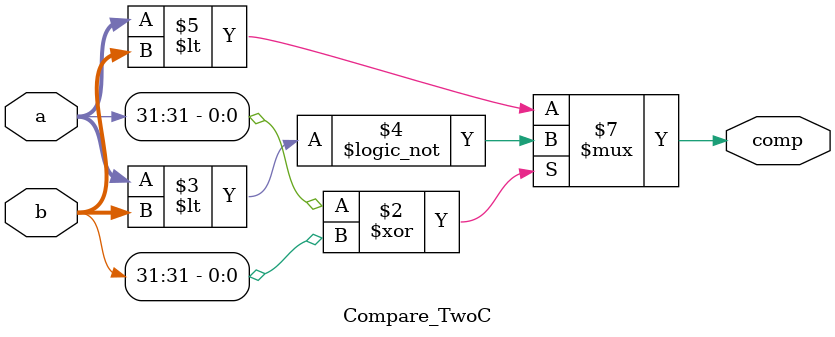
<source format=v>
module ALU
(
    input [31:0] srcA, srcB,
    input [3:0] af,
    input i,
    output reg [31:0] Alures,
    output reg zero, neg, ovfalu
);

wire [34:0] areswf;

ALU_Result alu_res_inst (
    .a(srcA),
    .b(srcB),
    .af(af),
    .i(i),
    .result(areswf)
);

always @(*) begin
    ovfalu = areswf[34];
    neg = areswf[33];
    zero = areswf[32];
    Alures = areswf[31:0];
end

endmodule


module ALU_Result
(
    input [31:0] a, b,
    input [3:0] af,
    input i,
    output reg [34:0] result
);

wire comp;
reg [31:0] alu_op_result;
wire [32:0] tmp;

Compare_TwoC compare_twoc_inst (
    .a(a),
    .b(b),
    .comp(comp)
);

assign tmp = (af == 2 || af == 3) ? a - b : a + b;

always @(*) begin
    case (af)
        4'd0: begin 
            alu_op_result = a + b; 
            result[31:0] = alu_op_result; 
            result[32] = (alu_op_result == 0); 
            result[33] = comp;
            result[34] = (a[31] & b[31]) ^ tmp[32];
        end
        4'd1: begin 
            alu_op_result = a + b; 
            result[31:0] = alu_op_result; 
            result[32] = (alu_op_result == 0); 
            result[33] = (alu_op_result < 0);
            result[34] = 0; 
        end
        4'd2: begin 
            alu_op_result = a - b; 
            result[31:0] = alu_op_result; 
            result[32] = (alu_op_result == 0); 
            result[33] = comp; 
            result[34] = (a[31] & b[31]) ^ tmp[32];
        end
        4'd3: begin 
            alu_op_result = a - b; 
            result[31:0] = alu_op_result; 
            result[32] = (alu_op_result == 0); 
            result[33] = (alu_op_result < 0); 
            result[34] = 0;
        end
        4'd4: begin 
            alu_op_result = a & b; 
            result[31:0] = alu_op_result; 
            result[32] = (alu_op_result == 0); 
            result[33] = (alu_op_result < 0); 
            result[34] = 0; 
        end
        4'd5: begin 
            alu_op_result = a | b; 
            result[31:0] = alu_op_result; 
            result[32] = (alu_op_result == 0); 
            result[33] = (alu_op_result < 0); 
            result[34] = 0; 
        end
        4'd6: begin 
            alu_op_result = a ^ b; 
            result[31:0] = alu_op_result; 
            result[32] = (alu_op_result == 0); 
            result[33] = (alu_op_result < 0); 
            result[34] = 0; 
        end
        4'd7: begin 
            if (i) 
                alu_op_result = ~(a | b); 
            else 
                alu_op_result = {b[15:0], 16'b0000000000000000}; 
            result[31:0] = alu_op_result; 
            result[32] = (alu_op_result == 0); 
            result[33] = (alu_op_result < 0); 
            result[34] = 0; 
        end
        4'd10: begin 
            alu_op_result = {31'b0, a < b}; 
            result[31:0] = alu_op_result; 
            result[32] = (alu_op_result == 0); 
            result[33] = (alu_op_result < 0); 
            result[34] = 0; 
        end
        4'd11: begin 
            result[31:0] = {31'b0, comp}; 
            result[32] = (result[31:0] == 0); 
            result[33] = (result[31:0] < 0); 
            result[34] = 0; 
        end
        default: result = 35'b0;
    endcase
end

endmodule


module Compare_TwoC
(
    input [31:0] a, b,
    output reg comp
);

always @(*) begin
    if (a[31] ^ b[31])
        comp = !(a < b);
    else
        comp = a < b;
end

endmodule

</source>
